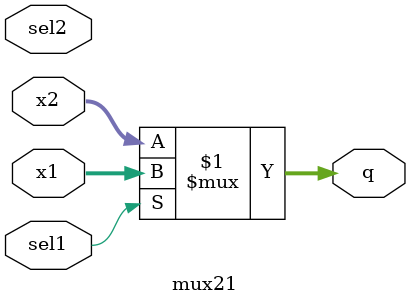
<source format=v>
`timescale 1ns/1ns
module mux21 #(parameter n = 13)(sel1, sel2, x1, x2, q);
  input sel1;
  input sel2;
  input signed[n:0] x1;
  input signed[n:0] x2;
  output signed [n:0] q;
  assign q = sel1 ? x1 : x2;
endmodule

</source>
